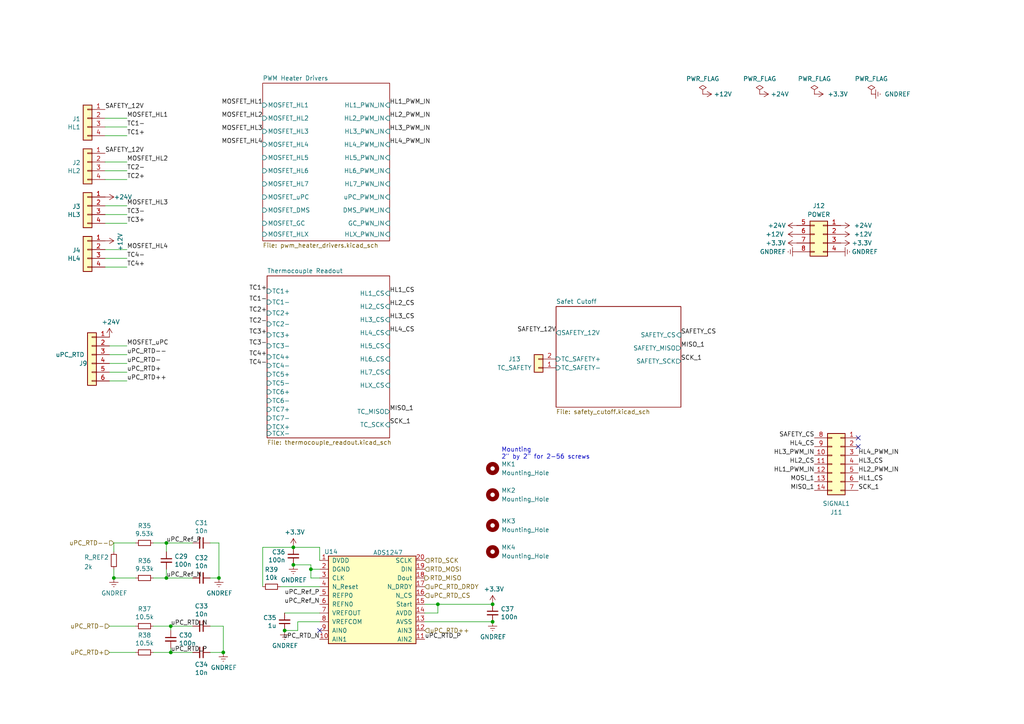
<source format=kicad_sch>
(kicad_sch (version 20250114) (generator "eeschema") (generator_version "9.0")
  (paper "A4")
  (lib_symbols
    (symbol "ADS1247_2" (pin_names (offset 1.016))
      (property "Reference" "U" (at -11.938 1.27 0))
      (property "Value" "ADS1247" (at 4.572 1.016 0))
      (symbol "ADS1247_2_0_1"
        (rectangle (start -12.7 0) (end 12.7 -25.4) (stroke (width 0.254)) (fill (type background)))
      )
      (symbol "ADS1247_2_1_1"
        (pin power_in line (at -15.24 -1.27 0) (length 2.54) (name "DVDD") (number "1"))
        (pin power_in line (at -15.24 -3.81 0) (length 2.54) (name "DGND") (number "2"))
        (pin input line (at -15.24 -6.35 0) (length 2.54) (name "CLK") (number "3"))
        (pin input line (at -15.24 -8.89 0) (length 2.54) (name "N_Reset") (number "4"))
        (pin bidirectional line (at -15.24 -11.43 0) (length 2.54) (name "REFP0") (number "5"))
        (pin bidirectional line (at -15.24 -13.97 0) (length 2.54) (name "REFN0") (number "6"))
        (pin output line (at -15.24 -16.51 0) (length 2.54) (name "VREFOUT") (number "7"))
        (pin power_in line (at -15.24 -19.05 0) (length 2.54) (name "VREFCOM") (number "8"))
        (pin input line (at -15.24 -21.59 0) (length 2.54) (name "AIN0") (number "9"))
        (pin input line (at -15.24 -24.13 0) (length 2.54) (name "AIN1") (number "10"))
        (pin input line (at 15.24 -1.27 180) (length 2.54) (name "SCLK") (number "20"))
        (pin input line (at 15.24 -3.81 180) (length 2.54) (name "DIN") (number "19"))
        (pin tri_state line (at 15.24 -6.35 180) (length 2.54) (name "Dout") (number "18"))
        (pin output line (at 15.24 -8.89 180) (length 2.54) (name "N_DRDY") (number "17"))
        (pin input line (at 15.24 -11.43 180) (length 2.54) (name "N_CS") (number "16"))
        (pin input line (at 15.24 -13.97 180) (length 2.54) (name "Start") (number "15"))
        (pin power_in line (at 15.24 -16.51 180) (length 2.54) (name "AVDD") (number "14"))
        (pin power_in line (at 15.24 -19.05 180) (length 2.54) (name "AVSS") (number "13"))
        (pin bidirectional line (at 15.24 -21.59 180) (length 2.54) (name "AIN3") (number "12"))
        (pin bidirectional line (at 15.24 -24.13 180) (length 2.54) (name "AIN2") (number "11"))
      )
    )
    (symbol "Connector_Generic:Conn_01x02" (pin_names (offset 1.016) (hide yes))
      (property "Reference" "J" (at 0 2.54 0))
      (property "Value" "Conn_01x02" (at 0 -5.08 0))
      (symbol "Conn_01x02_1_1"
        (rectangle (start -1.27 1.27) (end 1.27 -3.81) (stroke (width 0.254)) (fill (type background)))
        (rectangle (start -1.27 0.127) (end 0 -0.127) (stroke (width 0.1524)))
        (rectangle (start -1.27 -2.413) (end 0 -2.667) (stroke (width 0.1524)))
        (pin passive line (at -5.08 0 0) (length 3.81) (name "Pin_1") (number "1"))
        (pin passive line (at -5.08 -2.54 0) (length 3.81) (name "Pin_2") (number "2"))
      )
    )
    (symbol "Connector_Generic:Conn_01x04" (pin_names (offset 1.016) (hide yes))
      (property "Reference" "J" (at 0 5.08 0))
      (property "Value" "Conn_01x04" (at 0 -7.62 0))
      (symbol "Conn_01x04_1_1"
        (rectangle (start -1.27 3.81) (end 1.27 -6.35) (stroke (width 0.254)) (fill (type background)))
        (rectangle (start -1.27 2.667) (end 0 2.413) (stroke (width 0.1524)))
        (rectangle (start -1.27 0.127) (end 0 -0.127) (stroke (width 0.1524)))
        (rectangle (start -1.27 -2.413) (end 0 -2.667) (stroke (width 0.1524)))
        (rectangle (start -1.27 -4.953) (end 0 -5.207) (stroke (width 0.1524)))
        (pin passive line (at -5.08 2.54 0) (length 3.81) (name "Pin_1") (number "1"))
        (pin passive line (at -5.08 0 0) (length 3.81) (name "Pin_2") (number "2"))
        (pin passive line (at -5.08 -2.54 0) (length 3.81) (name "Pin_3") (number "3"))
        (pin passive line (at -5.08 -5.08 0) (length 3.81) (name "Pin_4") (number "4"))
      )
    )
    (symbol "Connector_Generic:Conn_01x06" (pin_names (offset 1.016) (hide yes))
      (property "Reference" "J" (at 0 7.62 0))
      (property "Value" "Conn_01x06" (at 0 -10.16 0))
      (symbol "Conn_01x06_1_1"
        (rectangle (start -1.27 6.35) (end 1.27 -8.89) (stroke (width 0.254)) (fill (type background)))
        (rectangle (start -1.27 5.207) (end 0 4.953) (stroke (width 0.1524)))
        (rectangle (start -1.27 2.667) (end 0 2.413) (stroke (width 0.1524)))
        (rectangle (start -1.27 0.127) (end 0 -0.127) (stroke (width 0.1524)))
        (rectangle (start -1.27 -2.413) (end 0 -2.667) (stroke (width 0.1524)))
        (rectangle (start -1.27 -4.953) (end 0 -5.207) (stroke (width 0.1524)))
        (rectangle (start -1.27 -7.493) (end 0 -7.747) (stroke (width 0.1524)))
        (pin passive line (at -5.08 5.08 0) (length 3.81) (name "Pin_1") (number "1"))
        (pin passive line (at -5.08 2.54 0) (length 3.81) (name "Pin_2") (number "2"))
        (pin passive line (at -5.08 0 0) (length 3.81) (name "Pin_3") (number "3"))
        (pin passive line (at -5.08 -2.54 0) (length 3.81) (name "Pin_4") (number "4"))
        (pin passive line (at -5.08 -5.08 0) (length 3.81) (name "Pin_5") (number "5"))
        (pin passive line (at -5.08 -7.62 0) (length 3.81) (name "Pin_6") (number "6"))
      )
    )
    (symbol "Mechanical:MountingHole" (pin_names (offset 1.016))
      (property "Reference" "H" (at 0 5.08 0))
      (property "Value" "MountingHole" (at 0 3.175 0))
      (symbol "MountingHole_0_1"
        (circle (center 0 0) (radius 1.27) (stroke (width 1.27)))
      )
    )
    (symbol "NYSEARCH:C_Small" (pin_numbers (hide yes)) (pin_names (offset 0.254) (hide yes))
      (property "Reference" "C" (at 0.254 1.778 0))
      (property "Value" "C_Small" (at 0.254 -2.032 0))
      (symbol "C_Small_0_1"
        (polyline (pts (xy -1.524 0.508) (xy 1.524 0.508)) (stroke (width 0.3048)))
        (polyline (pts (xy -1.524 -0.508) (xy 1.524 -0.508)) (stroke (width 0.3302)))
      )
      (symbol "C_Small_1_1"
        (pin passive line (at 0 2.54 270) (length 2.032) (name "~") (number "1"))
        (pin passive line (at 0 -2.54 90) (length 2.032) (name "~") (number "2"))
      )
    )
    (symbol "NYSEARCH:R_Small" (pin_numbers (hide yes)) (pin_names (offset 0.254) (hide yes))
      (property "Reference" "R" (at 0.762 0.508 0))
      (property "Value" "R_Small" (at 0.762 -1.016 0))
      (symbol "R_Small_0_1"
        (rectangle (start -0.762 1.778) (end 0.762 -1.778) (stroke (width 0.2032)))
      )
      (symbol "R_Small_1_1"
        (pin passive line (at 0 2.54 270) (length 0.762) (name "~") (number "1"))
        (pin passive line (at 0 -2.54 90) (length 0.762) (name "~") (number "2"))
      )
    )
    (symbol "conn:Conn_02x04_Top_Bottom" (pin_names (offset 1.016) (hide yes))
      (property "Reference" "J" (at 1.27 5.08 0))
      (property "Value" "Conn_02x04_Top_Bottom" (at 1.27 -7.62 0))
      (symbol "Conn_02x04_Top_Bottom_1_1"
        (rectangle (start -1.27 3.81) (end 3.81 -6.35) (stroke (width 0.254)) (fill (type background)))
        (rectangle (start -1.27 2.667) (end 0 2.413) (stroke (width 0.1524)))
        (rectangle (start -1.27 0.127) (end 0 -0.127) (stroke (width 0.1524)))
        (rectangle (start -1.27 -2.413) (end 0 -2.667) (stroke (width 0.1524)))
        (rectangle (start -1.27 -4.953) (end 0 -5.207) (stroke (width 0.1524)))
        (rectangle (start 3.81 2.667) (end 2.54 2.413) (stroke (width 0.1524)))
        (rectangle (start 3.81 0.127) (end 2.54 -0.127) (stroke (width 0.1524)))
        (rectangle (start 3.81 -2.413) (end 2.54 -2.667) (stroke (width 0.1524)))
        (rectangle (start 3.81 -4.953) (end 2.54 -5.207) (stroke (width 0.1524)))
        (pin passive line (at -5.08 2.54 0) (length 3.81) (name "Pin_1") (number "1"))
        (pin passive line (at -5.08 0 0) (length 3.81) (name "Pin_2") (number "2"))
        (pin passive line (at -5.08 -2.54 0) (length 3.81) (name "Pin_3") (number "3"))
        (pin passive line (at -5.08 -5.08 0) (length 3.81) (name "Pin_4") (number "4"))
        (pin passive line (at 7.62 2.54 180) (length 3.81) (name "Pin_5") (number "5"))
        (pin passive line (at 7.62 0 180) (length 3.81) (name "Pin_6") (number "6"))
        (pin passive line (at 7.62 -2.54 180) (length 3.81) (name "Pin_7") (number "7"))
        (pin passive line (at 7.62 -5.08 180) (length 3.81) (name "Pin_8") (number "8"))
      )
    )
    (symbol "conn:Conn_02x07_Top_Bottom" (pin_names (offset 1.016) (hide yes))
      (property "Reference" "J" (at 1.27 10.16 0))
      (property "Value" "Conn_02x07_Top_Bottom" (at 1.27 -10.16 0))
      (symbol "Conn_02x07_Top_Bottom_1_1"
        (rectangle (start -1.27 8.89) (end 3.81 -8.89) (stroke (width 0.254)) (fill (type background)))
        (rectangle (start -1.27 7.747) (end 0 7.493) (stroke (width 0.1524)))
        (rectangle (start -1.27 5.207) (end 0 4.953) (stroke (width 0.1524)))
        (rectangle (start -1.27 2.667) (end 0 2.413) (stroke (width 0.1524)))
        (rectangle (start -1.27 0.127) (end 0 -0.127) (stroke (width 0.1524)))
        (rectangle (start -1.27 -2.413) (end 0 -2.667) (stroke (width 0.1524)))
        (rectangle (start -1.27 -4.953) (end 0 -5.207) (stroke (width 0.1524)))
        (rectangle (start -1.27 -7.493) (end 0 -7.747) (stroke (width 0.1524)))
        (rectangle (start 3.81 7.747) (end 2.54 7.493) (stroke (width 0.1524)))
        (rectangle (start 3.81 5.207) (end 2.54 4.953) (stroke (width 0.1524)))
        (rectangle (start 3.81 2.667) (end 2.54 2.413) (stroke (width 0.1524)))
        (rectangle (start 3.81 0.127) (end 2.54 -0.127) (stroke (width 0.1524)))
        (rectangle (start 3.81 -2.413) (end 2.54 -2.667) (stroke (width 0.1524)))
        (rectangle (start 3.81 -4.953) (end 2.54 -5.207) (stroke (width 0.1524)))
        (rectangle (start 3.81 -7.493) (end 2.54 -7.747) (stroke (width 0.1524)))
        (pin passive line (at -5.08 7.62 0) (length 3.81) (name "Pin_1") (number "1"))
        (pin passive line (at -5.08 5.08 0) (length 3.81) (name "Pin_2") (number "2"))
        (pin passive line (at -5.08 2.54 0) (length 3.81) (name "Pin_3") (number "3"))
        (pin passive line (at -5.08 0 0) (length 3.81) (name "Pin_4") (number "4"))
        (pin passive line (at -5.08 -2.54 0) (length 3.81) (name "Pin_5") (number "5"))
        (pin passive line (at -5.08 -5.08 0) (length 3.81) (name "Pin_6") (number "6"))
        (pin passive line (at -5.08 -7.62 0) (length 3.81) (name "Pin_7") (number "7"))
        (pin passive line (at 7.62 7.62 180) (length 3.81) (name "Pin_8") (number "8"))
        (pin passive line (at 7.62 5.08 180) (length 3.81) (name "Pin_9") (number "9"))
        (pin passive line (at 7.62 2.54 180) (length 3.81) (name "Pin_10") (number "10"))
        (pin passive line (at 7.62 0 180) (length 3.81) (name "Pin_11") (number "11"))
        (pin passive line (at 7.62 -2.54 180) (length 3.81) (name "Pin_12") (number "12"))
        (pin passive line (at 7.62 -5.08 180) (length 3.81) (name "Pin_13") (number "13"))
        (pin passive line (at 7.62 -7.62 180) (length 3.81) (name "Pin_14") (number "14"))
      )
    )
    (symbol "power:+12V" (power) (pin_names (offset 0))
      (property "Value" "+12V" (at 0 3.556 0))
      (symbol "+12V_0_1"
        (polyline (pts (xy -0.762 1.27) (xy 0 2.54)))
        (polyline (pts (xy 0 2.54) (xy 0.762 1.27)))
        (polyline (pts (xy 0 0) (xy 0 2.54)))
      )
      (symbol "+12V_1_1"
        (pin power_in line (at 0 0 90) (length 0) (hide yes) (name "+12V") (number "1"))
      )
    )
    (symbol "power:+24V" (power) (pin_names (offset 0))
      (property "Value" "+24V" (at 0 3.556 0))
      (symbol "+24V_0_1"
        (polyline (pts (xy -0.762 1.27) (xy 0 2.54)))
        (polyline (pts (xy 0 2.54) (xy 0.762 1.27)))
        (polyline (pts (xy 0 0) (xy 0 2.54)))
      )
      (symbol "+24V_1_1"
        (pin power_in line (at 0 0 90) (length 0) (hide yes) (name "+24V") (number "1"))
      )
    )
    (symbol "power:+3.3V" (power) (pin_names (offset 0))
      (property "Value" "+3.3V" (at 0 3.556 0))
      (symbol "+3.3V_0_1"
        (polyline (pts (xy -0.762 1.27) (xy 0 2.54)))
        (polyline (pts (xy 0 2.54) (xy 0.762 1.27)))
        (polyline (pts (xy 0 0) (xy 0 2.54)))
      )
      (symbol "+3.3V_1_1"
        (pin power_in line (at 0 0 90) (length 0) (hide yes) (name "+3.3V") (number "1"))
      )
    )
    (symbol "power:GNDREF" (power) (pin_names (offset 0))
      (property "Value" "GNDREF" (at 0 -3.81 0))
      (symbol "GNDREF_0_1"
        (polyline (pts (xy -0.635 -1.905) (xy 0.635 -1.905)))
        (polyline (pts (xy -0.127 -2.54) (xy 0.127 -2.54)))
        (polyline (pts (xy 0 -1.27) (xy 0 0)))
        (polyline (pts (xy 1.27 -1.27) (xy -1.27 -1.27)))
      )
      (symbol "GNDREF_1_1"
        (pin power_in line (at 0 0 270) (length 0) (hide yes) (name "GNDREF") (number "1"))
      )
    )
    (symbol "power:PWR_FLAG" (power) (pin_numbers (hide yes)) (pin_names (offset 0) (hide yes))
      (property "Value" "PWR_FLAG" (at 0 3.81 0))
      (symbol "PWR_FLAG_0_0"
        (pin power_out line (at 0 0 90) (length 0) (name "pwr") (number "1"))
      )
      (symbol "PWR_FLAG_0_1"
        (polyline (pts (xy 0 0) (xy 0 1.27) (xy -1.016 1.905) (xy 0 2.54) (xy 1.016 1.905) (xy 0 1.27)))
      )
    )
  )
  (text "Mounting\n2\" by 2\" for 2-56 screws" (at 145.415 133.35 0) (effects (font (size 1.27 1.27)) (justify left bottom)))
  (junction (at 48.26 157.48))
  (junction (at 85.09 158.75))
  (junction (at 90.17 165.1))
  (junction (at 127 175.26))
  (junction (at 48.26 167.64))
  (junction (at 64.77 189.23))
  (junction (at 142.875 180.34))
  (junction (at 33.02 167.64))
  (junction (at 85.09 163.83))
  (junction (at 63.5 167.64))
  (junction (at 82.55 182.88))
  (junction (at 142.875 175.26))
  (junction (at 49.53 189.23))
  (junction (at 49.53 181.61))
  (no_connect (at 248.92 127))
  (no_connect (at 248.92 129.54))
  (no_connect (at 92.71 182.88))
  (wire (pts (xy 31.75 107.95) (xy 36.83 107.95)))
  (wire (pts (xy 123.19 177.8) (xy 127 177.8)))
  (wire (pts (xy 30.48 46.99) (xy 36.83 46.99)))
  (wire (pts (xy 90.17 167.64) (xy 90.17 165.1)))
  (wire (pts (xy 30.48 36.83) (xy 36.83 36.83)))
  (wire (pts (xy 123.19 180.34) (xy 142.875 180.34)))
  (wire (pts (xy 30.48 49.53) (xy 36.83 49.53)))
  (wire (pts (xy 82.55 177.8) (xy 92.71 177.8)))
  (wire (pts (xy 63.5 167.64) (xy 60.96 167.64)))
  (wire (pts (xy 33.02 157.48) (xy 33.02 160.02)))
  (wire (pts (xy 36.83 62.23) (xy 30.48 62.23)))
  (wire (pts (xy 31.75 100.33) (xy 36.83 100.33)))
  (wire (pts (xy 142.875 175.26) (xy 127 175.26)))
  (wire (pts (xy 44.45 167.64) (xy 48.26 167.64)))
  (wire (pts (xy 33.02 165.1) (xy 33.02 167.64)))
  (wire (pts (xy 49.53 181.61) (xy 44.45 181.61)))
  (wire (pts (xy 92.71 180.34) (xy 86.36 180.34)))
  (wire (pts (xy 36.83 59.69) (xy 30.48 59.69)))
  (wire (pts (xy 30.48 39.37) (xy 36.83 39.37)))
  (wire (pts (xy 85.09 158.75) (xy 92.71 158.75)))
  (wire (pts (xy 92.71 170.18) (xy 81.28 170.18)))
  (wire (pts (xy 36.83 72.39) (xy 30.48 72.39)))
  (wire (pts (xy 36.83 105.41) (xy 31.75 105.41)))
  (wire (pts (xy 90.17 165.1) (xy 92.71 165.1)))
  (wire (pts (xy 33.02 167.64) (xy 39.37 167.64)))
  (wire (pts (xy 90.17 165.1) (xy 90.17 163.83)))
  (wire (pts (xy 127 175.26) (xy 127 177.8)))
  (wire (pts (xy 30.48 34.29) (xy 36.83 34.29)))
  (wire (pts (xy 90.17 163.83) (xy 85.09 163.83)))
  (wire (pts (xy 48.26 157.48) (xy 55.88 157.48)))
  (wire (pts (xy 63.5 157.48) (xy 63.5 167.64)))
  (wire (pts (xy 30.48 52.07) (xy 36.83 52.07)))
  (wire (pts (xy 92.71 167.64) (xy 90.17 167.64)))
  (wire (pts (xy 49.53 189.23) (xy 55.88 189.23)))
  (wire (pts (xy 36.83 102.87) (xy 31.75 102.87)))
  (wire (pts (xy 49.53 182.88) (xy 49.53 181.61)))
  (wire (pts (xy 48.26 167.64) (xy 55.88 167.64)))
  (wire (pts (xy 76.2 158.75) (xy 85.09 158.75)))
  (wire (pts (xy 31.75 189.23) (xy 39.37 189.23)))
  (wire (pts (xy 60.96 189.23) (xy 64.77 189.23)))
  (wire (pts (xy 48.26 157.48) (xy 44.45 157.48)))
  (wire (pts (xy 86.36 182.88) (xy 82.55 182.88)))
  (wire (pts (xy 36.83 74.93) (xy 30.48 74.93)))
  (wire (pts (xy 48.26 167.64) (xy 48.26 165.1)))
  (wire (pts (xy 60.96 157.48) (xy 63.5 157.48)))
  (wire (pts (xy 49.53 189.23) (xy 49.53 187.96)))
  (wire (pts (xy 44.45 189.23) (xy 49.53 189.23)))
  (wire (pts (xy 123.19 175.26) (xy 127 175.26)))
  (wire (pts (xy 36.83 110.49) (xy 31.75 110.49)))
  (wire (pts (xy 33.02 157.48) (xy 39.37 157.48)))
  (wire (pts (xy 86.36 180.34) (xy 86.36 182.88)))
  (wire (pts (xy 55.88 181.61) (xy 49.53 181.61)))
  (wire (pts (xy 36.83 77.47) (xy 30.48 77.47)))
  (wire (pts (xy 76.2 170.18) (xy 76.2 158.75)))
  (wire (pts (xy 92.71 162.56) (xy 92.71 158.75)))
  (wire (pts (xy 31.75 181.61) (xy 39.37 181.61)))
  (wire (pts (xy 64.77 181.61) (xy 64.77 189.23)))
  (wire (pts (xy 60.96 181.61) (xy 64.77 181.61)))
  (wire (pts (xy 48.26 160.02) (xy 48.26 157.48)))
  (wire (pts (xy 30.48 64.77) (xy 36.83 64.77)))
  (label "TC1+" (at 77.47 84.455 180))
  (label "HL1_PWM_IN" (at 236.22 137.16 180))
  (label "TC1-" (at 36.83 36.83 0))
  (label "MOSFET_HL2" (at 36.83 46.99 0))
  (label "HL1_PWM_IN" (at 113.03 30.48 0))
  (label "uPC_Ref_N" (at 92.71 175.26 180))
  (label "TC2+" (at 36.83 52.07 0))
  (label "TC1+" (at 36.83 39.37 0))
  (label "MOSFET_HL3" (at 36.83 59.69 0))
  (label "MISO_1" (at 113.03 119.38 0))
  (label "TC4-" (at 36.83 74.93 0))
  (label "TC3+" (at 36.83 64.77 0))
  (label "SAFETY_12V" (at 161.29 96.52 180))
  (label "SCK_1" (at 113.03 123.19 0))
  (label "TC2-" (at 77.47 93.98 180))
  (label "TC3-" (at 36.83 62.23 0))
  (label "MOSFET_HL2" (at 76.2 34.29 180))
  (label "HL2_CS" (at 236.22 134.62 180))
  (label "MISO_1" (at 197.485 100.965 0))
  (label "HL3_CS" (at 248.92 134.62 0))
  (label "uPC_RTD++" (at 36.83 110.49 0))
  (label "SAFETY_12V" (at 30.48 44.45 0))
  (label "MOSFET_HL1" (at 36.83 34.29 0))
  (label "SCK_1" (at 248.92 142.24 0))
  (label "SAFETY_CS" (at 236.22 127 180))
  (label "uPC_Ref_N" (at 48.26 167.64 0))
  (label "HL4_CS" (at 113.03 96.52 0))
  (label "HL4_PWM_IN" (at 248.92 132.08 0))
  (label "TC2+" (at 77.47 90.805 180))
  (label "MOSI_1" (at 236.22 139.7 180))
  (label "MISO_1" (at 236.22 142.24 180))
  (label "TC2-" (at 36.83 49.53 0))
  (label "uPC_RTD_N" (at 92.71 185.42 180))
  (label "HL2_PWM_IN" (at 113.03 34.29 0))
  (label "MOSFET_HL4" (at 36.83 72.39 0))
  (label "SCK_1" (at 197.485 104.775 0))
  (label "uPC_RTD-" (at 36.83 105.41 0))
  (label "MOSFET_HL3" (at 76.2 38.1 180))
  (label "HL3_CS" (at 113.03 92.71 0))
  (label "HL2_CS" (at 113.03 88.9 0))
  (label "HL3_PWM_IN" (at 113.03 38.1 0))
  (label "uPC_Ref_P" (at 48.26 157.48 0))
  (label "TC4+" (at 36.83 77.47 0))
  (label "uPC_Ref_P" (at 92.71 172.72 180))
  (label "HL4_CS" (at 236.22 129.54 180))
  (label "SAFETY_12V" (at 30.48 31.75 0))
  (label "HL2_PWM_IN" (at 248.92 137.16 0))
  (label "TC3+" (at 77.47 97.155 180))
  (label "uPC_RTD+" (at 36.83 107.95 0))
  (label "uPC_RTD_P" (at 123.19 185.42 0))
  (label "TC1-" (at 77.47 87.63 180))
  (label "TC4-" (at 77.47 106.045 180))
  (label "TC3-" (at 77.47 100.33 180))
  (label "HL1_CS" (at 113.03 85.09 0))
  (label "uPC_RTD--" (at 36.83 102.87 0))
  (label "MOSFET_uPC" (at 36.83 100.33 0))
  (label "MOSFET_HL1" (at 76.2 30.48 180))
  (label "uPC_RTD_P" (at 49.53 189.23 0))
  (label "HL1_CS" (at 248.92 139.7 0))
  (label "HL3_PWM_IN" (at 236.22 132.08 180))
  (label "uPC_RTD_N" (at 49.53 181.61 0))
  (label "TC4+" (at 77.47 103.505 180))
  (label "MOSFET_HL4" (at 76.2 41.91 180))
  (label "SAFETY_CS" (at 197.485 97.155 0))
  (label "HL4_PWM_IN" (at 113.03 41.91 0))
  (hierarchical_label "uPC_RTD++" (shape input) (at 123.19 182.88 0))
  (hierarchical_label "uPC_RTD_DRDY" (shape input) (at 123.19 170.18 0))
  (hierarchical_label "uPC_RTD_CS" (shape input) (at 123.19 172.72 0))
  (hierarchical_label "uPC_RTD+" (shape input) (at 31.75 189.23 180))
  (hierarchical_label "uPC_RTD--" (shape input) (at 33.02 157.48 180))
  (hierarchical_label "RTD_SCK" (shape input) (at 123.19 162.56 0))
  (hierarchical_label "RTD_MISO" (shape output) (at 123.19 167.64 0))
  (hierarchical_label "RTD_MOSI" (shape input) (at 123.19 165.1 0))
  (hierarchical_label "uPC_RTD-" (shape input) (at 31.75 181.61 180))
  (symbol (lib_id "NYSEARCH:C_Small") (at 58.42 157.48 270) (unit 1)
    (property "Reference" "C31" (at 58.42 151.6634 90))
    (property "Value" "10n" (at 58.42 153.9748 90))
    (property "Footprint" "NYSEARCH:C_0603_1608Metric_HandSolder" (effects (hide yes)))
  )
  (symbol (lib_id "power:GNDREF") (at 243.84 73.025 90) (unit 1)
    (property "Reference" "#PWR073" (effects (hide yes)))
    (property "Value" "GNDREF" (at 247.015 73.025 90) (effects (justify right)))
  )
  (symbol (lib_id "Mechanical:MountingHole") (at 142.875 143.51 0) (unit 1)
    (property "Reference" "MK2" (at 145.415 142.2399 0) (effects (justify left)))
    (property "Value" "Mounting_Hole" (at 145.415 144.7799 0) (effects (justify left)))
    (property "Footprint" "MountingHole:MountingHole_3.2mm_M3" (effects (hide yes)))
  )
  (symbol (lib_id "power:+12V") (at 203.835 27.305 270) (unit 1)
    (property "Reference" "#PWR096" (effects (hide yes)))
    (property "Value" "+12V" (at 207.01 27.305 90) (effects (justify left)))
  )
  (symbol (lib_name "ADS1247_2") (lib_id "NYSEARCH:ADS1247") (at 107.95 161.29 0) (unit 1)
    (property "Reference" "U14" (at 96.012 160.02 0))
    (property "Value" "ADS1247" (at 112.522 160.274 0))
    (property "Footprint" "Package_SO:TSSOP-20_4.4x6.5mm_P0.65mm" (effects (hide yes)))
    (property "Datasheet" "https://www.ti.com/lit/ds/symlink/ads1247.pdf?ts=1642614479757&ref_url=https%253A%252F%252Fwww.ti.com%252Fproduct%252FADS1247" (effects (hide yes)))
    (property "MPN" "ADS1247IPW" (effects (hide yes)))
  )
  (symbol (lib_id "power:GNDREF") (at 64.77 189.23 0) (unit 1)
    (property "Reference" "#PWR047" (effects (hide yes)))
    (property "Value" "GNDREF" (at 64.897 193.6242 0))
  )
  (symbol (lib_id "power:+3.3V") (at 236.22 27.305 270) (unit 1)
    (property "Reference" "#PWR098" (effects (hide yes)))
    (property "Value" "+3.3V" (at 240.03 27.305 90) (effects (justify left)))
  )
  (symbol (lib_id "Connector_Generic:Conn_01x04") (at 25.4 34.29 0) (mirror y) (unit 1)
    (property "Reference" "J1" (at 23.368 34.4932 0) (effects (justify left)))
    (property "Value" "HL1" (at 23.368 36.8554 0) (effects (justify left)))
    (property "Footprint" "NYSEARCH:Molex_SL_171975-0004_1x04_P2.54mm_Horizontal" (effects (hide yes)))
  )
  (symbol (lib_id "power:GNDREF") (at 82.55 182.88 0) (unit 1)
    (property "Reference" "#PWR048" (effects (hide yes)))
    (property "Value" "GNDREF" (at 82.677 187.2742 0))
  )
  (symbol (lib_id "NYSEARCH:R_Small") (at 41.91 189.23 270) (unit 1)
    (property "Reference" "R38" (at 41.91 184.2516 90))
    (property "Value" "10.5k" (at 41.91 186.563 90))
    (property "Footprint" "NYSEARCH:R_0603_1608Metric" (effects (hide yes)))
  )
  (symbol (lib_id "Mechanical:MountingHole") (at 142.875 160.02 0) (unit 1)
    (property "Reference" "MK4" (at 145.415 158.7499 0) (effects (justify left)))
    (property "Value" "Mounting_Hole" (at 145.415 161.2899 0) (effects (justify left)))
    (property "Footprint" "MountingHole:MountingHole_3.2mm_M3" (effects (hide yes)))
  )
  (symbol (lib_id "power:+24V") (at 231.14 65.405 90) (unit 1)
    (property "Reference" "#PWR026" (effects (hide yes)))
    (property "Value" "+24V" (at 227.965 65.405 90) (effects (justify left)))
  )
  (symbol (lib_id "power:PWR_FLAG") (at 203.835 27.305 0) (unit 1)
    (property "Reference" "#FLG01" (effects (hide yes)))
    (property "Value" "PWR_FLAG" (at 203.835 22.86 0))
  )
  (symbol (lib_id "power:GNDREF") (at 252.73 27.305 90) (unit 1)
    (property "Reference" "#PWR099" (effects (hide yes)))
    (property "Value" "GNDREF" (at 256.54 27.305 90) (effects (justify right)))
  )
  (symbol (lib_id "conn:Conn_02x04_Top_Bottom") (at 238.76 67.945 0) (mirror y) (unit 1)
    (property "Reference" "J12" (at 237.49 59.69 0))
    (property "Value" "POWER" (at 237.49 62.23 0))
    (property "Footprint" "Connector_Molex:Molex_Micro-Fit_3.0_43045-0800_2x04_P3.00mm_Horizontal" (effects (hide yes)))
  )
  (symbol (lib_id "power:+12V") (at 30.48 69.85 270) (unit 1)
    (property "Reference" "#PWR064" (effects (hide yes)))
    (property "Value" "+12V" (at 34.8742 70.231 0))
  )
  (symbol (lib_id "power:+24V") (at 220.345 27.305 270) (unit 1)
    (property "Reference" "#PWR097" (effects (hide yes)))
    (property "Value" "+24V" (at 223.52 27.305 90) (effects (justify left)))
  )
  (symbol (lib_id "NYSEARCH:C_Small") (at 48.26 162.56 0) (unit 1)
    (property "Reference" "C29" (at 50.5968 161.3916 0) (effects (justify left)))
    (property "Value" "100n" (at 50.5968 163.703 0) (effects (justify left)))
    (property "Footprint" "NYSEARCH:C_0603_1608Metric_HandSolder" (effects (hide yes)))
  )
  (symbol (lib_id "NYSEARCH:R_Small") (at 41.91 181.61 270) (unit 1)
    (property "Reference" "R37" (at 41.91 176.6316 90))
    (property "Value" "10.5k" (at 41.91 178.943 90))
    (property "Footprint" "NYSEARCH:R_0603_1608Metric" (effects (hide yes)))
  )
  (symbol (lib_id "Connector_Generic:Conn_01x04") (at 25.4 46.99 0) (mirror y) (unit 1)
    (property "Reference" "J2" (at 23.368 47.1932 0) (effects (justify left)))
    (property "Value" "HL2" (at 23.368 49.5554 0) (effects (justify left)))
    (property "Footprint" "NYSEARCH:Molex_SL_171975-0004_1x04_P2.54mm_Horizontal" (effects (hide yes)))
  )
  (symbol (lib_id "power:PWR_FLAG") (at 220.345 27.305 0) (unit 1)
    (property "Reference" "#FLG02" (effects (hide yes)))
    (property "Value" "PWR_FLAG" (at 220.345 22.86 0))
  )
  (symbol (lib_id "power:+3.3V") (at 243.84 70.485 270) (unit 1)
    (property "Reference" "#PWR0102" (effects (hide yes)))
    (property "Value" "+3.3V" (at 247.015 70.485 90) (effects (justify left)))
  )
  (symbol (lib_id "power:PWR_FLAG") (at 236.22 27.305 0) (unit 1)
    (property "Reference" "#FLG03" (effects (hide yes)))
    (property "Value" "PWR_FLAG" (at 236.22 22.86 0))
  )
  (symbol (lib_id "NYSEARCH:R_Small") (at 33.02 162.56 0) (unit 1)
    (property "Reference" "R_REF2" (at 24.4078 161.6515 0) (effects (justify left)))
    (property "Value" "2k" (at 24.4078 164.4266 0) (effects (justify left)))
    (property "Footprint" "NYSEARCH:R_0603_1608Metric" (effects (hide yes)))
  )
  (symbol (lib_id "power:+3.3V") (at 85.09 158.75 0) (unit 1)
    (property "Reference" "#PWR049" (effects (hide yes)))
    (property "Value" "+3.3V" (at 85.471 154.3558 0))
  )
  (symbol (lib_id "Mechanical:MountingHole") (at 142.875 135.89 0) (unit 1)
    (property "Reference" "MK1" (at 145.415 134.6199 0) (effects (justify left)))
    (property "Value" "Mounting_Hole" (at 145.415 137.1599 0) (effects (justify left)))
    (property "Footprint" "MountingHole:MountingHole_3.2mm_M3" (effects (hide yes)))
  )
  (symbol (lib_id "power:GNDREF") (at 142.875 180.34 0) (unit 1)
    (property "Reference" "#PWR052" (effects (hide yes)))
    (property "Value" "GNDREF" (at 143.002 184.7342 0))
  )
  (symbol (lib_id "NYSEARCH:C_Small") (at 58.42 189.23 270) (unit 1)
    (property "Reference" "C34" (at 58.42 192.7352 90))
    (property "Value" "10n" (at 58.42 195.0974 90))
    (property "Footprint" "NYSEARCH:C_0603_1608Metric_HandSolder" (effects (hide yes)))
  )
  (symbol (lib_id "NYSEARCH:R_Small") (at 78.74 170.18 90) (mirror x) (unit 1)
    (property "Reference" "R39" (at 78.74 165.2016 90))
    (property "Value" "10k" (at 78.74 167.513 90))
    (property "Footprint" "NYSEARCH:R_0603_1608Metric" (effects (hide yes)))
  )
  (symbol (lib_id "power:GNDREF") (at 85.09 163.83 0) (unit 1)
    (property "Reference" "#PWR050" (effects (hide yes)))
    (property "Value" "GNDREF" (at 85.217 168.2242 0))
  )
  (symbol (lib_id "Connector_Generic:Conn_01x04") (at 25.4 72.39 0) (mirror y) (unit 1)
    (property "Reference" "J4" (at 23.368 72.5932 0) (effects (justify left)))
    (property "Value" "HL4" (at 23.368 74.9554 0) (effects (justify left)))
    (property "Footprint" "NYSEARCH:Molex_SL_171975-0004_1x04_P2.54mm_Horizontal" (effects (hide yes)))
  )
  (symbol (lib_id "power:+12V") (at 243.84 67.945 270) (unit 1)
    (property "Reference" "#PWR071" (effects (hide yes)))
    (property "Value" "+12V" (at 247.65 67.945 90) (effects (justify left)))
  )
  (symbol (lib_id "NYSEARCH:C_Small") (at 49.53 185.42 0) (unit 1)
    (property "Reference" "C30" (at 51.8668 184.2516 0) (effects (justify left)))
    (property "Value" "100n" (at 51.8668 186.563 0) (effects (justify left)))
    (property "Footprint" "NYSEARCH:C_0603_1608Metric_HandSolder" (effects (hide yes)))
  )
  (symbol (lib_id "power:PWR_FLAG") (at 252.73 27.305 0) (unit 1)
    (property "Reference" "#FLG04" (effects (hide yes)))
    (property "Value" "PWR_FLAG" (at 252.73 22.86 0))
  )
  (symbol (lib_id "power:+24V") (at 243.84 65.405 270) (unit 1)
    (property "Reference" "#PWR072" (effects (hide yes)))
    (property "Value" "+24V" (at 247.65 65.405 90) (effects (justify left)))
  )
  (symbol (lib_id "NYSEARCH:C_Small") (at 58.42 181.61 270) (unit 1)
    (property "Reference" "C33" (at 58.42 175.7934 90))
    (property "Value" "10n" (at 58.42 178.1048 90))
    (property "Footprint" "NYSEARCH:C_0603_1608Metric_HandSolder" (effects (hide yes)))
  )
  (symbol (lib_id "NYSEARCH:C_Small") (at 82.55 180.34 0) (mirror x) (unit 1)
    (property "Reference" "C35" (at 80.2132 179.1716 0) (effects (justify right)))
    (property "Value" "1u" (at 80.2132 181.483 0) (effects (justify right)))
    (property "Footprint" "NYSEARCH:C_0603_1608Metric_HandSolder" (effects (hide yes)))
  )
  (symbol (lib_id "power:+3.3V") (at 142.875 175.26 0) (unit 1)
    (property "Reference" "#PWR051" (effects (hide yes)))
    (property "Value" "+3.3V" (at 143.256 170.8658 0))
  )
  (symbol (lib_id "power:+24V") (at 30.48 57.15 270) (unit 1)
    (property "Reference" "#PWR063" (effects (hide yes)))
    (property "Value" "+24V" (at 33.02 57.15 90) (effects (justify left)))
  )
  (symbol (lib_id "power:+3.3V") (at 231.14 70.485 90) (unit 1)
    (property "Reference" "#PWR095" (effects (hide yes)))
    (property "Value" "+3.3V" (at 227.965 70.485 90) (effects (justify left)))
  )
  (symbol (lib_id "NYSEARCH:C_Small") (at 85.09 161.29 0) (unit 1)
    (property "Reference" "C36" (at 82.7786 160.1216 0) (effects (justify right)))
    (property "Value" "100n" (at 82.7786 162.433 0) (effects (justify right)))
    (property "Footprint" "NYSEARCH:C_0603_1608Metric_HandSolder" (effects (hide yes)))
  )
  (symbol (lib_id "Mechanical:MountingHole") (at 142.875 152.4 0) (unit 1)
    (property "Reference" "MK3" (at 145.415 151.1299 0) (effects (justify left)))
    (property "Value" "Mounting_Hole" (at 145.415 153.6699 0) (effects (justify left)))
    (property "Footprint" "MountingHole:MountingHole_3.2mm_M3" (effects (hide yes)))
  )
  (symbol (lib_id "NYSEARCH:C_Small") (at 142.875 177.8 0) (unit 1)
    (property "Reference" "C37" (at 145.2118 176.6316 0) (effects (justify left)))
    (property "Value" "100n" (at 145.2118 178.943 0) (effects (justify left)))
    (property "Footprint" "NYSEARCH:C_0603_1608Metric_HandSolder" (effects (hide yes)))
  )
  (symbol (lib_id "power:GNDREF") (at 63.5 167.64 0) (unit 1)
    (property "Reference" "#PWR046" (effects (hide yes)))
    (property "Value" "GNDREF" (at 63.627 172.0342 0))
  )
  (symbol (lib_id "power:+12V") (at 231.14 67.945 90) (unit 1)
    (property "Reference" "#PWR027" (effects (hide yes)))
    (property "Value" "+12V" (at 227.33 67.945 90) (effects (justify left)))
  )
  (symbol (lib_id "power:GNDREF") (at 231.14 73.025 270) (unit 1)
    (property "Reference" "#PWR094" (effects (hide yes)))
    (property "Value" "GNDREF" (at 227.965 73.025 90) (effects (justify right)))
  )
  (symbol (lib_id "NYSEARCH:C_Small") (at 58.42 167.64 90) (unit 1)
    (property "Reference" "C32" (at 58.42 161.8234 90))
    (property "Value" "10n" (at 58.42 164.1348 90))
    (property "Footprint" "NYSEARCH:C_0603_1608Metric_HandSolder" (effects (hide yes)))
  )
  (symbol (lib_id "NYSEARCH:R_Small") (at 41.91 167.64 270) (unit 1)
    (property "Reference" "R36" (at 41.91 162.6616 90))
    (property "Value" "9.53k" (at 41.91 164.973 90))
    (property "Footprint" "NYSEARCH:R_0603_1608Metric" (effects (hide yes)))
  )
  (symbol (lib_id "Connector_Generic:Conn_01x04") (at 25.4 59.69 0) (mirror y) (unit 1)
    (property "Reference" "J3" (at 23.368 59.8932 0) (effects (justify left)))
    (property "Value" "HL3" (at 23.368 62.2554 0) (effects (justify left)))
    (property "Footprint" "NYSEARCH:Molex_SL_171975-0004_1x04_P2.54mm_Horizontal" (effects (hide yes)))
  )
  (symbol (lib_id "Connector_Generic:Conn_01x02") (at 156.21 106.68 180) (unit 1)
    (property "Reference" "J13" (at 149.225 104.14 0))
    (property "Value" "TC_SAFETY" (at 149.225 106.68 0))
    (property "Footprint" "NYSEARCH:Molex_SL_171975-0002_1x02_P2.54mm_Horizontal" (effects (hide yes)))
  )
  (symbol (lib_id "NYSEARCH:R_Small") (at 41.91 157.48 270) (unit 1)
    (property "Reference" "R35" (at 41.91 152.5016 90))
    (property "Value" "9.53k" (at 41.91 154.813 90))
    (property "Footprint" "NYSEARCH:R_0603_1608Metric" (effects (hide yes)))
  )
  (symbol (lib_id "power:GNDREF") (at 33.02 167.64 0) (unit 1)
    (property "Reference" "#PWR045" (effects (hide yes)))
    (property "Value" "GNDREF" (at 33.147 172.0342 0))
  )
  (symbol (lib_id "Connector_Generic:Conn_01x06") (at 26.67 102.87 0) (mirror y) (unit 1)
    (property "Reference" "J9" (at 24.13 105.41 0))
    (property "Value" "uPC_RTD" (at 20.32 102.87 0))
    (property "Footprint" "NYSEARCH:Molex_SL_171975-0006_1x06_P2.54mm_Horizontal" (effects (hide yes)))
  )
  (symbol (lib_id "conn:Conn_02x07_Top_Bottom") (at 243.84 134.62 0) (mirror y) (unit 1)
    (property "Reference" "J11" (at 242.57 148.59 0))
    (property "Value" "SIGNAL1" (at 242.57 146.05 0))
    (property "Footprint" "Connector_Molex:Molex_Micro-Fit_3.0_43045-1400_2x07_P3.00mm_Horizontal" (effects (hide yes)))
  )
  (symbol (lib_id "power:+24V") (at 31.75 97.79 0) (unit 1)
    (property "Reference" "#PWR069" (effects (hide yes)))
    (property "Value" "+24V" (at 32.131 93.3958 0))
  )
  (sheet (at 76.2 24.13) (size 36.83 45.72) (stroke (width 0.1524))
    (property "Sheetname" "PWM Heater Drivers" (at 76.2 23.4184 0) (effects (justify left bottom)))
    (property "Sheetfile" "pwm_heater_drivers.kicad_sch" (at 76.2 70.4346 0) (effects (justify left top)))
    (pin "MOSFET_HL7" input (at 76.2 53.34 180))
    (pin "MOSFET_uPC" input (at 76.2 57.15 180))
    (pin "uPC_PWM_IN" input (at 113.03 57.15 0))
    (pin "HL7_PWN_IN" input (at 113.03 53.34 0))
    (pin "DMS_PWM_IN" input (at 113.03 60.96 0))
    (pin "GC_PWN_IN" input (at 113.03 64.77 0))
    (pin "HL5_PWN_IN" input (at 113.03 45.72 0))
    (pin "HL6_PWM_IN" input (at 113.03 49.53 0))
    (pin "HL2_PWM_IN" input (at 113.03 34.29 0))
    (pin "HL1_PWN_IN" input (at 113.03 30.48 0))
    (pin "HL4_PWM_IN" input (at 113.03 41.91 0))
    (pin "HL3_PWN_IN" input (at 113.03 38.1 0))
    (pin "MOSFET_HL2" input (at 76.2 34.29 180))
    (pin "MOSFET_HL1" input (at 76.2 30.48 180))
    (pin "MOSFET_HL4" input (at 76.2 41.91 180))
    (pin "MOSFET_HL3" input (at 76.2 38.1 180))
    (pin "MOSFET_HL5" input (at 76.2 45.72 180))
    (pin "MOSFET_HL6" input (at 76.2 49.53 180))
    (pin "MOSFET_DMS" input (at 76.2 60.96 180))
    (pin "MOSFET_GC" input (at 76.2 64.77 180))
    (pin "HLX_PWN_IN" input (at 113.03 67.945 0))
    (pin "MOSFET_HLX" input (at 76.2 67.945 180))
  )
  (sheet (at 77.47 80.01) (size 35.56 46.99) (stroke (width 0.1524))
    (property "Sheetname" "Thermocouple Readout" (at 77.47 79.2984 0) (effects (justify left bottom)))
    (property "Sheetfile" "thermocouple_readout.kicad_sch" (at 77.47 127.5846 0) (effects (justify left top)))
    (pin "TC5-" input (at 77.47 111.125 180))
    (pin "TC5+" input (at 77.47 108.585 180))
    (pin "TC7+" input (at 77.47 118.745 180))
    (pin "TC7-" input (at 77.47 121.285 180))
    (pin "HL1_CS" input (at 113.03 85.09 0))
    (pin "HL3_CS" input (at 113.03 92.71 0))
    (pin "TC4-" input (at 77.47 106.045 180))
    (pin "TC1+" input (at 77.47 84.455 180))
    (pin "TC2-" input (at 77.47 93.98 180))
    (pin "TC2+" input (at 77.47 90.805 180))
    (pin "HL2_CS" input (at 113.03 88.9 0))
    (pin "TC_MISO" output (at 113.03 119.38 0))
    (pin "TC_SCK" input (at 113.03 123.19 0))
    (pin "HL4_CS" input (at 113.03 96.52 0))
    (pin "TC3-" input (at 77.47 100.33 180))
    (pin "TC3+" input (at 77.47 97.155 180))
    (pin "TC6-" input (at 77.47 116.205 180))
    (pin "TC6+" input (at 77.47 113.665 180))
    (pin "HL6_CS" input (at 113.03 104.14 0))
    (pin "HL7_CS" input (at 113.03 107.95 0))
    (pin "HL5_CS" input (at 113.03 100.33 0))
    (pin "TC1-" input (at 77.47 87.63 180))
    (pin "TC4+" input (at 77.47 103.505 180))
    (pin "HLX_CS" input (at 113.03 111.76 0))
    (pin "TCX-" input (at 77.47 125.73 180))
    (pin "TCX+" input (at 77.47 123.825 180))
  )
  (sheet (at 161.29 88.9) (size 36.195 29.21) (stroke (width 0.1524))
    (property "Sheetname" "Safet Cutoff" (at 161.29 88.1884 0) (effects (justify left bottom)))
    (property "Sheetfile" "safety_cutoff.kicad_sch" (at 161.29 118.6946 0) (effects (justify left top)))
    (pin "TC_SAFETY+" input (at 161.29 104.14 180))
    (pin "TC_SAFETY-" input (at 161.29 106.68 180))
    (pin "SAFETY_12V" output (at 161.29 96.52 180))
    (pin "SAFETY_CS" input (at 197.485 97.155 0))
    (pin "SAFETY_MISO" output (at 197.485 100.965 0))
    (pin "SAFETY_SCK" output (at 197.485 104.775 0))
  )
)
</source>
